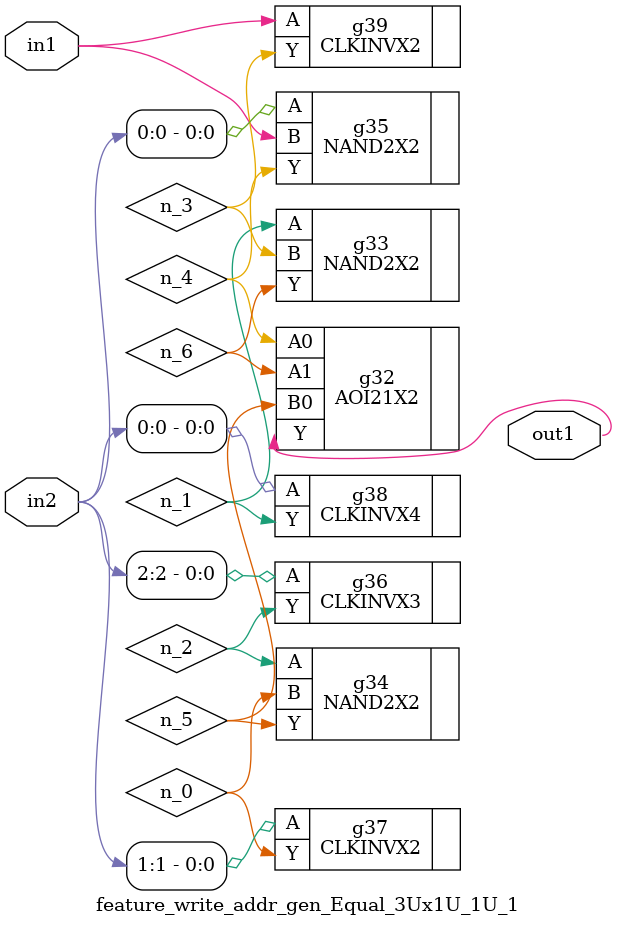
<source format=v>
`timescale 1ps / 1ps


module feature_write_addr_gen_Equal_3Ux1U_1U_1(in2, in1, out1);
  input [2:0] in2;
  input in1;
  output out1;
  wire [2:0] in2;
  wire in1;
  wire out1;
  wire n_0, n_1, n_2, n_3, n_4, n_5, n_6;
  AOI21X2 g32(.A0 (n_4), .A1 (n_6), .B0 (n_5), .Y (out1));
  NAND2X2 g33(.A (n_1), .B (n_3), .Y (n_6));
  NAND2X2 g34(.A (n_2), .B (n_0), .Y (n_5));
  NAND2X2 g35(.A (in2[0]), .B (in1), .Y (n_4));
  CLKINVX2 g39(.A (in1), .Y (n_3));
  CLKINVX3 g36(.A (in2[2]), .Y (n_2));
  CLKINVX4 g38(.A (in2[0]), .Y (n_1));
  CLKINVX2 g37(.A (in2[1]), .Y (n_0));
endmodule



</source>
